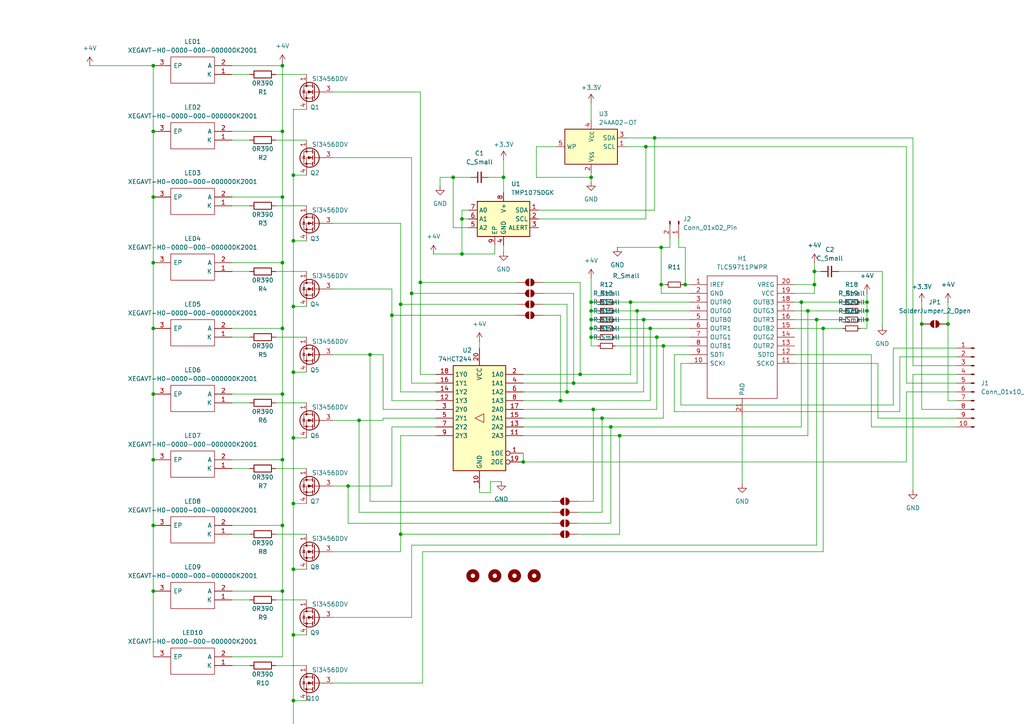
<source format=kicad_sch>
(kicad_sch (version 20231120) (generator "eeschema") (generator_version "8.0")
  (paper "A4")
  (junction (at 85.09 88.9))
  (junction (at 119.38 85.09))
  (junction (at 100.965 140.97))
  (junction (at 186.69 92.71))
  (junction (at 113.665 91.44))
  (junction (at 192.405 100.33))
  (junction (at 171.45 51.435))
  (junction (at 44.45 76.2))
  (junction (at 191.77 71.755))
  (junction (at 191.77 82.55))
  (junction (at 44.45 95.25))
  (junction (at 44.45 57.15))
  (junction (at 81.915 152.4))
  (junction (at 171.45 87.63))
  (junction (at 174.625 121.285))
  (junction (at 44.45 19.05))
  (junction (at 85.09 146.05))
  (junction (at 104.14 121.92))
  (junction (at 121.92 81.915))
  (junction (at 238.76 95.25))
  (junction (at 166.37 111.125))
  (junction (at 182.88 87.63))
  (junction (at 274.955 93.98))
  (junction (at 171.45 95.25))
  (junction (at 81.915 171.45))
  (junction (at 133.985 73.66))
  (junction (at 164.465 113.665))
  (junction (at 251.46 87.63))
  (junction (at 236.22 82.55))
  (junction (at 189.865 40.005))
  (junction (at 85.09 69.85))
  (junction (at 171.45 92.71))
  (junction (at 133.985 63.5))
  (junction (at 44.45 152.4))
  (junction (at 172.085 118.745))
  (junction (at 81.915 57.15))
  (junction (at 81.915 38.1))
  (junction (at 44.45 38.1))
  (junction (at 171.45 97.79))
  (junction (at 188.595 95.25))
  (junction (at 85.09 165.1))
  (junction (at 198.755 82.55))
  (junction (at 236.22 78.74))
  (junction (at 251.46 90.17))
  (junction (at 44.45 133.35))
  (junction (at 107.315 102.87))
  (junction (at 44.45 114.3))
  (junction (at 171.45 90.17))
  (junction (at 81.915 114.3))
  (junction (at 234.315 90.17))
  (junction (at 81.915 76.2))
  (junction (at 179.705 126.365))
  (junction (at 81.915 133.35))
  (junction (at 236.855 92.71))
  (junction (at 267.335 93.98))
  (junction (at 190.5 97.79))
  (junction (at 232.41 87.63))
  (junction (at 85.09 107.95))
  (junction (at 85.09 203.2))
  (junction (at 85.09 184.15))
  (junction (at 168.275 108.585))
  (junction (at 162.56 116.205))
  (junction (at 187.325 42.545))
  (junction (at 251.46 92.71))
  (junction (at 131.445 51.435))
  (junction (at 177.165 123.825))
  (junction (at 116.205 154.94))
  (junction (at 81.915 19.05))
  (junction (at 85.09 50.8))
  (junction (at 116.205 88.265))
  (junction (at 85.09 127))
  (junction (at 81.915 95.25))
  (junction (at 151.765 133.985))
  (junction (at 44.45 171.45))
  (junction (at 184.785 90.17))
  (junction (at 146.05 51.435))
  (wire (pts (xy 179.705 126.365) (xy 151.765 126.365)))
  (wire (pts (xy 126.365 126.365) (xy 116.205 126.365)))
  (wire (pts (xy 81.915 133.35) (xy 81.915 114.3)))
  (wire (pts (xy 126.365 116.205) (xy 113.665 116.205)))
  (wire (pts (xy 116.205 88.265) (xy 116.205 64.77)))
  (wire (pts (xy 88.9 69.85) (xy 85.09 69.85)))
  (wire (pts (xy 80.01 97.79) (xy 88.9 97.79)))
  (wire (pts (xy 80.01 154.94) (xy 88.9 154.94)))
  (wire (pts (xy 251.46 92.71) (xy 249.555 92.71)))
  (wire (pts (xy 85.09 88.9) (xy 85.09 107.95)))
  (wire (pts (xy 230.505 92.71) (xy 236.855 92.71)))
  (wire (pts (xy 167.64 145.415) (xy 172.085 145.415)))
  (wire (pts (xy 187.325 63.5) (xy 187.325 42.545)))
  (wire (pts (xy 85.09 165.1) (xy 85.09 184.15)))
  (wire (pts (xy 121.92 108.585) (xy 121.92 81.915)))
  (wire (pts (xy 162.56 116.205) (xy 151.765 116.205)))
  (wire (pts (xy 264.795 106.045) (xy 264.795 40.005)))
  (wire (pts (xy 126.365 111.125) (xy 119.38 111.125)))
  (wire (pts (xy 172.085 118.745) (xy 172.085 145.415)))
  (wire (pts (xy 277.495 118.745) (xy 267.335 118.745)))
  (wire (pts (xy 277.495 113.665) (xy 262.89 113.665)))
  (wire (pts (xy 171.45 87.63) (xy 173.355 87.63)))
  (wire (pts (xy 168.275 108.585) (xy 168.275 81.915)))
  (wire (pts (xy 230.505 95.25) (xy 238.76 95.25)))
  (wire (pts (xy 131.445 51.435) (xy 127.635 51.435)))
  (wire (pts (xy 142.24 142.875) (xy 139.065 142.875)))
  (wire (pts (xy 262.89 133.985) (xy 151.765 133.985)))
  (wire (pts (xy 113.665 91.44) (xy 113.665 83.82)))
  (wire (pts (xy 197.485 105.41) (xy 197.485 117.475)))
  (wire (pts (xy 191.77 85.09) (xy 191.77 82.55)))
  (wire (pts (xy 171.45 50.165) (xy 171.45 51.435)))
  (wire (pts (xy 194.31 69.215) (xy 194.31 71.755)))
  (wire (pts (xy 113.665 123.825) (xy 113.665 140.97)))
  (wire (pts (xy 81.915 18.415) (xy 81.915 19.05)))
  (wire (pts (xy 186.69 92.71) (xy 186.69 113.665)))
  (wire (pts (xy 88.9 146.05) (xy 85.09 146.05)))
  (wire (pts (xy 234.315 90.17) (xy 234.315 126.365)))
  (wire (pts (xy 274.955 116.205) (xy 277.495 116.205)))
  (wire (pts (xy 255.905 78.74) (xy 243.205 78.74)))
  (wire (pts (xy 81.915 19.05) (xy 81.915 38.1)))
  (wire (pts (xy 113.665 83.82) (xy 96.52 83.82)))
  (wire (pts (xy 67.31 40.64) (xy 72.39 40.64)))
  (wire (pts (xy 196.85 71.755) (xy 198.755 71.755)))
  (wire (pts (xy 81.915 38.1) (xy 81.915 57.15)))
  (wire (pts (xy 198.755 82.55) (xy 200.025 82.55)))
  (wire (pts (xy 182.88 87.63) (xy 182.88 108.585)))
  (wire (pts (xy 186.69 113.665) (xy 164.465 113.665)))
  (wire (pts (xy 236.855 92.71) (xy 236.855 158.115)))
  (wire (pts (xy 81.915 152.4) (xy 81.915 133.35)))
  (wire (pts (xy 67.31 173.99) (xy 72.39 173.99)))
  (wire (pts (xy 259.08 100.965) (xy 277.495 100.965)))
  (wire (pts (xy 251.46 95.25) (xy 249.555 95.25)))
  (wire (pts (xy 182.88 108.585) (xy 168.275 108.585)))
  (wire (pts (xy 189.865 40.005) (xy 181.61 40.005)))
  (wire (pts (xy 80.01 193.04) (xy 88.9 193.04)))
  (wire (pts (xy 230.505 82.55) (xy 236.22 82.55)))
  (wire (pts (xy 100.965 151.765) (xy 100.965 140.97)))
  (wire (pts (xy 44.45 57.15) (xy 44.45 76.2)))
  (wire (pts (xy 126.365 118.745) (xy 111.125 118.745)))
  (wire (pts (xy 81.915 114.3) (xy 81.915 95.25)))
  (wire (pts (xy 67.31 59.69) (xy 72.39 59.69)))
  (wire (pts (xy 164.465 88.265) (xy 157.48 88.265)))
  (wire (pts (xy 88.9 31.75) (xy 85.09 31.75)))
  (wire (pts (xy 236.22 85.09) (xy 236.22 82.55)))
  (wire (pts (xy 121.92 81.915) (xy 149.86 81.915)))
  (wire (pts (xy 238.76 95.25) (xy 238.76 160.02)))
  (wire (pts (xy 195.58 119.38) (xy 260.985 119.38)))
  (wire (pts (xy 26.035 19.05) (xy 44.45 19.05)))
  (wire (pts (xy 104.14 121.92) (xy 96.52 121.92)))
  (wire (pts (xy 113.665 140.97) (xy 100.965 140.97)))
  (wire (pts (xy 121.92 26.67) (xy 96.52 26.67)))
  (wire (pts (xy 172.085 118.745) (xy 151.765 118.745)))
  (wire (pts (xy 67.31 190.5) (xy 81.915 190.5)))
  (wire (pts (xy 160.02 148.59) (xy 104.14 148.59)))
  (wire (pts (xy 80.01 173.99) (xy 88.9 173.99)))
  (wire (pts (xy 80.01 116.84) (xy 88.9 116.84)))
  (wire (pts (xy 191.77 82.55) (xy 191.77 71.755)))
  (wire (pts (xy 111.125 121.92) (xy 104.14 121.92)))
  (wire (pts (xy 162.56 91.44) (xy 157.48 91.44)))
  (wire (pts (xy 131.445 66.04) (xy 131.445 51.435)))
  (wire (pts (xy 178.435 95.25) (xy 188.595 95.25)))
  (wire (pts (xy 252.73 123.825) (xy 277.495 123.825)))
  (wire (pts (xy 179.705 154.94) (xy 167.64 154.94)))
  (wire (pts (xy 88.9 203.2) (xy 85.09 203.2)))
  (wire (pts (xy 187.325 42.545) (xy 262.89 42.545)))
  (wire (pts (xy 200.025 85.09) (xy 191.77 85.09)))
  (wire (pts (xy 67.31 19.05) (xy 81.915 19.05)))
  (wire (pts (xy 122.555 160.02) (xy 122.555 198.12)))
  (wire (pts (xy 156.21 63.5) (xy 187.325 63.5)))
  (wire (pts (xy 116.205 64.77) (xy 96.52 64.77)))
  (wire (pts (xy 139.065 99.06) (xy 139.065 100.965)))
  (wire (pts (xy 126.365 108.585) (xy 121.92 108.585)))
  (wire (pts (xy 191.77 71.755) (xy 179.07 71.755)))
  (wire (pts (xy 155.575 51.435) (xy 171.45 51.435)))
  (wire (pts (xy 264.795 142.24) (xy 264.795 108.585)))
  (wire (pts (xy 81.915 171.45) (xy 81.915 152.4)))
  (wire (pts (xy 142.24 139.7) (xy 145.415 139.7)))
  (wire (pts (xy 178.435 87.63) (xy 182.88 87.63)))
  (wire (pts (xy 119.38 85.09) (xy 119.38 45.72)))
  (wire (pts (xy 167.64 148.59) (xy 174.625 148.59)))
  (wire (pts (xy 251.46 87.63) (xy 251.46 90.17)))
  (wire (pts (xy 184.785 90.17) (xy 184.785 111.125)))
  (wire (pts (xy 107.315 102.87) (xy 96.52 102.87)))
  (wire (pts (xy 171.45 90.17) (xy 171.45 92.71)))
  (wire (pts (xy 174.625 148.59) (xy 174.625 121.285)))
  (wire (pts (xy 189.865 60.96) (xy 189.865 40.005)))
  (wire (pts (xy 236.22 78.74) (xy 238.125 78.74)))
  (wire (pts (xy 113.665 116.205) (xy 113.665 91.44)))
  (wire (pts (xy 251.46 85.09) (xy 251.46 87.63)))
  (wire (pts (xy 234.315 90.17) (xy 230.505 90.17)))
  (wire (pts (xy 81.915 57.15) (xy 81.915 76.2)))
  (wire (pts (xy 171.45 97.79) (xy 171.45 100.33)))
  (wire (pts (xy 191.77 82.55) (xy 193.04 82.55)))
  (wire (pts (xy 67.31 78.74) (xy 72.39 78.74)))
  (wire (pts (xy 260.985 119.38) (xy 260.985 103.505)))
  (wire (pts (xy 155.575 42.545) (xy 155.575 51.435)))
  (wire (pts (xy 126.365 123.825) (xy 113.665 123.825)))
  (wire (pts (xy 119.38 111.125) (xy 119.38 85.09)))
  (wire (pts (xy 85.09 184.15) (xy 85.09 203.2)))
  (wire (pts (xy 238.76 160.02) (xy 122.555 160.02)))
  (wire (pts (xy 44.45 171.45) (xy 44.45 190.5)))
  (wire (pts (xy 133.985 63.5) (xy 135.89 63.5)))
  (wire (pts (xy 139.065 142.875) (xy 139.065 141.605)))
  (wire (pts (xy 178.435 90.17) (xy 184.785 90.17)))
  (wire (pts (xy 234.315 126.365) (xy 179.705 126.365)))
  (wire (pts (xy 67.31 97.79) (xy 72.39 97.79)))
  (wire (pts (xy 143.51 73.66) (xy 143.51 71.12)))
  (wire (pts (xy 177.165 123.825) (xy 151.765 123.825)))
  (wire (pts (xy 88.9 127) (xy 85.09 127)))
  (wire (pts (xy 111.125 121.285) (xy 111.125 121.92)))
  (wire (pts (xy 135.89 66.04) (xy 131.445 66.04)))
  (wire (pts (xy 160.02 145.415) (xy 107.315 145.415)))
  (wire (pts (xy 113.665 91.44) (xy 149.86 91.44)))
  (wire (pts (xy 267.335 93.98) (xy 267.335 87.63)))
  (wire (pts (xy 107.315 102.87) (xy 107.315 145.415)))
  (wire (pts (xy 252.73 102.87) (xy 252.73 123.825)))
  (wire (pts (xy 238.76 95.25) (xy 244.475 95.25)))
  (wire (pts (xy 186.69 92.71) (xy 200.025 92.71)))
  (wire (pts (xy 171.45 92.71) (xy 171.45 95.25)))
  (wire (pts (xy 192.405 121.285) (xy 174.625 121.285)))
  (wire (pts (xy 192.405 121.285) (xy 192.405 100.33)))
  (wire (pts (xy 119.38 85.09) (xy 149.86 85.09)))
  (wire (pts (xy 116.205 154.94) (xy 160.02 154.94)))
  (wire (pts (xy 85.09 127) (xy 85.09 146.05)))
  (wire (pts (xy 67.31 116.84) (xy 72.39 116.84)))
  (wire (pts (xy 116.205 113.665) (xy 116.205 88.265)))
  (wire (pts (xy 188.595 95.25) (xy 200.025 95.25)))
  (wire (pts (xy 232.41 123.825) (xy 177.165 123.825)))
  (wire (pts (xy 85.09 146.05) (xy 85.09 165.1)))
  (wire (pts (xy 254.635 121.285) (xy 277.495 121.285)))
  (wire (pts (xy 88.9 88.9) (xy 85.09 88.9)))
  (wire (pts (xy 67.31 193.04) (xy 72.39 193.04)))
  (wire (pts (xy 232.41 87.63) (xy 232.41 123.825)))
  (wire (pts (xy 190.5 97.79) (xy 190.5 118.745)))
  (wire (pts (xy 259.08 117.475) (xy 259.08 100.965)))
  (wire (pts (xy 116.205 154.94) (xy 116.205 160.02)))
  (wire (pts (xy 44.45 76.2) (xy 44.45 95.25)))
  (wire (pts (xy 44.45 133.35) (xy 44.45 152.4)))
  (wire (pts (xy 198.12 82.55) (xy 198.755 82.55)))
  (wire (pts (xy 67.31 135.89) (xy 72.39 135.89)))
  (wire (pts (xy 264.795 108.585) (xy 277.495 108.585)))
  (wire (pts (xy 67.31 76.2) (xy 81.915 76.2)))
  (wire (pts (xy 85.09 203.2) (xy 85.09 228.6)))
  (wire (pts (xy 232.41 87.63) (xy 244.475 87.63)))
  (wire (pts (xy 122.555 198.12) (xy 96.52 198.12)))
  (wire (pts (xy 81.915 190.5) (xy 81.915 171.45)))
  (wire (pts (xy 274.955 87.63) (xy 274.955 93.98)))
  (wire (pts (xy 80.01 135.89) (xy 88.9 135.89)))
  (wire (pts (xy 171.45 51.435) (xy 171.45 52.705)))
  (wire (pts (xy 111.125 118.745) (xy 111.125 102.87)))
  (wire (pts (xy 178.435 100.33) (xy 192.405 100.33)))
  (wire (pts (xy 85.09 50.8) (xy 85.09 69.85)))
  (wire (pts (xy 146.05 46.355) (xy 146.05 51.435)))
  (wire (pts (xy 85.09 107.95) (xy 85.09 127)))
  (wire (pts (xy 196.85 69.215) (xy 196.85 71.755)))
  (wire (pts (xy 80.01 40.64) (xy 88.9 40.64)))
  (wire (pts (xy 67.31 95.25) (xy 81.915 95.25)))
  (wire (pts (xy 166.37 111.125) (xy 166.37 85.09)))
  (wire (pts (xy 267.335 118.745) (xy 267.335 93.98)))
  (wire (pts (xy 171.45 95.25) (xy 171.45 97.79)))
  (wire (pts (xy 234.315 90.17) (xy 244.475 90.17)))
  (wire (pts (xy 44.45 19.05) (xy 44.45 38.1)))
  (wire (pts (xy 277.495 106.045) (xy 264.795 106.045)))
  (wire (pts (xy 67.31 57.15) (xy 81.915 57.15)))
  (wire (pts (xy 171.45 80.645) (xy 171.45 87.63)))
  (wire (pts (xy 88.9 165.1) (xy 85.09 165.1)))
  (wire (pts (xy 88.9 184.15) (xy 85.09 184.15)))
  (wire (pts (xy 262.89 42.545) (xy 262.89 111.125)))
  (wire (pts (xy 260.985 103.505) (xy 277.495 103.505)))
  (wire (pts (xy 198.755 71.755) (xy 198.755 82.55)))
  (wire (pts (xy 164.465 113.665) (xy 164.465 88.265)))
  (wire (pts (xy 274.955 93.98) (xy 274.955 116.205)))
  (wire (pts (xy 81.915 95.25) (xy 81.915 76.2)))
  (wire (pts (xy 119.38 179.07) (xy 96.52 179.07)))
  (wire (pts (xy 44.45 38.1) (xy 44.45 57.15)))
  (wire (pts (xy 171.45 100.33) (xy 173.355 100.33)))
  (wire (pts (xy 67.31 152.4) (xy 81.915 152.4)))
  (wire (pts (xy 80.01 59.69) (xy 88.9 59.69)))
  (wire (pts (xy 67.31 171.45) (xy 81.915 171.45)))
  (wire (pts (xy 264.795 40.005) (xy 189.865 40.005)))
  (wire (pts (xy 80.01 78.74) (xy 88.9 78.74)))
  (wire (pts (xy 67.31 133.35) (xy 81.915 133.35)))
  (wire (pts (xy 174.625 121.285) (xy 151.765 121.285)))
  (wire (pts (xy 177.165 151.765) (xy 177.165 123.825)))
  (wire (pts (xy 133.985 63.5) (xy 133.985 73.66)))
  (wire (pts (xy 155.575 42.545) (xy 161.29 42.545)))
  (wire (pts (xy 133.985 60.96) (xy 133.985 63.5)))
  (wire (pts (xy 230.505 85.09) (xy 236.22 85.09)))
  (wire (pts (xy 104.14 148.59) (xy 104.14 121.92)))
  (wire (pts (xy 151.765 131.445) (xy 151.765 133.985)))
  (wire (pts (xy 127.635 51.435) (xy 127.635 53.975)))
  (wire (pts (xy 88.9 50.8) (xy 85.09 50.8)))
  (wire (pts (xy 200.025 105.41) (xy 197.485 105.41)))
  (wire (pts (xy 190.5 118.745) (xy 172.085 118.745)))
  (wire (pts (xy 119.38 158.115) (xy 119.38 179.07)))
  (wire (pts (xy 126.365 113.665) (xy 116.205 113.665)))
  (wire (pts (xy 184.785 111.125) (xy 166.37 111.125)))
  (wire (pts (xy 178.435 97.79) (xy 190.5 97.79)))
  (wire (pts (xy 146.05 51.435) (xy 146.05 55.88)))
  (wire (pts (xy 67.31 21.59) (xy 72.39 21.59)))
  (wire (pts (xy 251.46 87.63) (xy 249.555 87.63)))
  (wire (pts (xy 171.45 92.71) (xy 173.355 92.71)))
  (wire (pts (xy 232.41 87.63) (xy 230.505 87.63)))
  (wire (pts (xy 254.635 105.41) (xy 254.635 121.285)))
  (wire (pts (xy 255.905 94.615) (xy 255.905 78.74)))
  (wire (pts (xy 178.435 92.71) (xy 186.69 92.71)))
  (wire (pts (xy 141.605 51.435) (xy 146.05 51.435)))
  (wire (pts (xy 160.02 151.765) (xy 100.965 151.765)))
  (wire (pts (xy 262.89 111.125) (xy 277.495 111.125)))
  (wire (pts (xy 166.37 85.09) (xy 157.48 85.09)))
  (wire (pts (xy 116.205 126.365) (xy 116.205 154.94)))
  (wire (pts (xy 171.45 90.17) (xy 173.355 90.17)))
  (wire (pts (xy 215.265 120.65) (xy 215.265 140.335)))
  (wire (pts (xy 171.45 87.63) (xy 171.45 90.17)))
  (wire (pts (xy 67.31 154.94) (xy 72.39 154.94)))
  (wire (pts (xy 182.88 87.63) (xy 200.025 87.63)))
  (wire (pts (xy 188.595 116.205) (xy 162.56 116.205)))
  (wire (pts (xy 236.22 76.2) (xy 236.22 78.74)))
  (wire (pts (xy 67.31 114.3) (xy 81.915 114.3)))
  (wire (pts (xy 167.64 151.765) (xy 177.165 151.765)))
  (wire (pts (xy 187.325 42.545) (xy 181.61 42.545)))
  (wire (pts (xy 142.24 142.875) (xy 142.24 139.7)))
  (wire (pts (xy 168.275 108.585) (xy 151.765 108.585)))
  (wire (pts (xy 85.09 31.75) (xy 85.09 50.8)))
  (wire (pts (xy 195.58 102.87) (xy 195.58 119.38)))
  (wire (pts (xy 125.73 73.66) (xy 133.985 73.66)))
  (wire (pts (xy 194.31 71.755) (xy 191.77 71.755)))
  (wire (pts (xy 179.705 126.365) (xy 179.705 154.94)))
  (wire (pts (xy 126.365 121.285) (xy 111.125 121.285)))
  (wire (pts (xy 251.46 90.17) (xy 251.46 92.71)))
  (wire (pts (xy 133.985 73.66) (xy 143.51 73.66)))
  (wire (pts (xy 164.465 113.665) (xy 151.765 113.665)))
  (wire (pts (xy 162.56 116.205) (xy 162.56 91.44)))
  (wire (pts (xy 171.45 95.25) (xy 173.355 95.25)))
  (wire (pts (xy 262.89 113.665) (xy 262.89 133.985)))
  (wire (pts (xy 80.01 21.59) (xy 88.9 21.59)))
  (wire (pts (xy 44.45 152.4) (xy 44.45 171.45)))
  (wire (pts (xy 168.275 81.915) (xy 157.48 81.915)))
  (wire (pts (xy 236.855 158.115) (xy 119.38 158.115)))
  (wire (pts (xy 88.9 107.95) (xy 85.09 107.95)))
  (wire (pts (xy 135.89 60.96) (xy 133.985 60.96)))
  (wire (pts (xy 136.525 51.435) (xy 131.445 51.435)))
  (wire (pts (xy 251.46 92.71) (xy 251.46 95.25)))
  (wire (pts (xy 166.37 111.125) (xy 151.765 111.125)))
  (wire (pts (xy 121.92 81.915) (xy 121.92 26.67)))
  (wire (pts (xy 44.45 95.25) (xy 44.45 114.3)))
  (wire (pts (xy 230.505 102.87) (xy 252.73 102.87)))
  (wire (pts (xy 171.45 97.79) (xy 173.355 97.79)))
  (wire (pts (xy 236.855 92.71) (xy 244.475 92.71)))
  (wire (pts (xy 116.205 160.02) (xy 96.52 160.02)))
  (wire (pts (xy 156.21 60.96) (xy 189.865 60.96)))
  (wire (pts (xy 171.45 29.845) (xy 171.45 34.925)))
  (wire (pts (xy 119.38 45.72) (xy 96.52 45.72)))
  (wire (pts (xy 85.09 69.85) (xy 85.09 88.9)))
  (wire (pts (xy 200.025 102.87) (xy 195.58 102.87)))
  (wire (pts (xy 197.485 117.475) (xy 259.08 117.475)))
  (wire (pts (xy 44.45 114.3) (xy 44.45 133.35)))
  (wire (pts (xy 184.785 90.17) (xy 200.025 90.17)))
  (wire (pts (xy 190.5 97.79) (xy 200.025 97.79)))
  (wire (pts (xy 116.205 88.265) (xy 149.86 88.265)))
  (wire (pts (xy 111.125 102.87) (xy 107.315 102.87)))
  (wire (pts (xy 188.595 95.25) (xy 188.595 116.205)))
  (wire (pts (xy 236.22 78.74) (xy 236.22 82.55)))
  (wire (pts (xy 230.505 105.41) (xy 254.635 105.41)))
  (wire (pts (xy 146.05 71.12) (xy 146.05 73.025)))
  (wire (pts (xy 251.46 90.17) (xy 249.555 90.17)))
  (wire (pts (xy 100.965 140.97) (xy 96.52 140.97)))
  (wire (pts (xy 67.31 38.1) (xy 81.915 38.1)))
  (wire (pts (xy 192.405 100.33) (xy 200.025 100.33)))
  (symbol (lib_id "Device:R_Small") (at 175.895 95.25 90) (unit 1)
    (property "Reference" "R15" (at 175.895 90.17 90))
    (property "Value" "R_Small" (at 175.895 92.71 90))
    (property "Footprint" "Resistor_SMD:R_0402_1005Metric" (effects (hide yes)))
    (property "Description" "Resistor, small symbol" (effects (hide yes)))
  )
  (symbol (lib_id "Connector:Conn_01x10_Pin") (at 282.575 111.125 0) (mirror y) (unit 1)
    (property "Reference" "J1" (at 284.48 111.1249 0) (effects (justify right)))
    (property "Value" "Conn_01x10_Pin" (at 284.48 113.6649 0) (effects (justify right)))
    (property "Footprint" "Connector_PinHeader_2.54mm:PinHeader_1x10_P2.54mm_Vertical" (effects (hide yes)))
    (property "Description" "Generic connector, single row, 01x10, script generated" (effects (hide yes)))
  )
  (symbol (lib_id "Sensor_Temperature:TMP1075DSG") (at 146.05 63.5 0) (unit 1)
    (property "Reference" "U1" (at 148.2441 53.34 0) (effects (justify left)))
    (property "Value" "TMP1075DGK" (at 148.2441 55.88 0) (effects (justify left)))
    (property "Footprint" "Package_SON:WSON-8-1EP_2x2mm_P0.5mm_EP0.9x1.6mm_ThermalVias" (effects (hide yes)))
    (property "Datasheet" "https://www.ti.com/lit/gpn/tmp1075" (effects (hide yes)))
    (property "Description" "I2C-bus digital temperature sensor and thermal watchdog, WSON-8" (effects (hide yes)))
  )
  (symbol (lib_id "Jumper:SolderJumper_2_Open") (at 163.83 151.765 0) (unit 1) (exclude_from_sim yes) (in_bom no)
    (property "Reference" "JP3" (effects (hide yes)))
    (property "Value" "SolderJumper_2_Open" (effects (hide yes)))
    (property "Footprint" "Jumper:SolderJumper-2_Open_RoundedPad_small" (effects (hide yes)))
    (property "Description" "Solder Jumper, 2-pole, open" (effects (hide yes)))
  )
  (symbol (lib_id "power:+4V") (at 251.46 85.09 0) (unit 1)
    (property "Reference" "#PWR011" (effects (hide yes)))
    (property "Value" "+4V" (at 251.46 80.01 0))
    (property "Description" "Power symbol creates a global label with name \"+4V\"" (effects (hide yes)))
  )
  (symbol (lib_id "Device:R_Small") (at 175.895 92.71 90) (unit 1)
    (property "Reference" "R14" (at 175.895 87.63 90))
    (property "Value" "R_Small" (at 175.895 90.17 90))
    (property "Footprint" "Resistor_SMD:R_0402_1005Metric" (effects (hide yes)))
    (property "Description" "Resistor, small symbol" (effects (hide yes)))
  )
  (symbol (lib_id "XEGAVT-H0-0000-000-000000K2001:XEGAVT-H0-0000-000-000000K2001") (at 44.45 133.35 0) (unit 1)
    (property "Reference" "LED7" (at 55.88 126.365 0))
    (property "Value" "XEGAVT-H0-0000-000-000000K2001" (at 55.88 128.905 0))
    (property "Footprint" "Cree XLAMP XE-G LED XEGAVT-H0:XEGAVTH_clean" (effects (hide yes)))
    (property "Datasheet" "https://downloads.cree-led.com/files/ds/x/XLamp-XE-G.pdf" (effects (hide yes)))
    (property "Description" "LED Lighting Color XLamp XE-G Violet 3-SMD, No Lead" (effects (hide yes)))
    (property "Height" "1.13" (effects (hide yes)))
    (property "Manufacturer_Name" "CREE" (effects (hide yes)))
    (property "Manufacturer_Part_Number" "XEGAVT-H0-0000-000-000000K2001" (effects (hide yes)))
  )
  (symbol (lib_id "Memory_EEPROM:24AA02-OT") (at 171.45 42.545 0) (unit 1)
    (property "Reference" "U3" (at 173.6441 33.02 0) (effects (justify left)))
    (property "Value" "24AA02-OT" (at 173.6441 35.56 0) (effects (justify left)))
    (property "Footprint" "Package_TO_SOT_SMD:SOT-23-5" (effects (hide yes)))
    (property "Datasheet" "http://ww1.microchip.com/downloads/en/DeviceDoc/21709J.pdf" (effects (hide yes)))
    (property "Description" "I2C Serial EEPROM, 2Kb, SOT-23" (effects (hide yes)))
  )
  (symbol (lib_id "Mechanical:MountingHole") (at 154.94 167.005 0) (unit 1) (exclude_from_sim yes) (in_bom no)
    (property "Reference" "H5" (effects (hide yes)))
    (property "Value" "MountingHole" (effects (hide yes)))
    (property "Footprint" "MountingHole:MountingHole_2.2mm_M2" (effects (hide yes)))
    (property "Description" "Mounting Hole without connection" (effects (hide yes)))
  )
  (symbol (lib_id "Device:R") (at 76.2 154.94 90) (unit 1)
    (property "Reference" "R8" (at 76.2 160.02 90))
    (property "Value" "0R390" (at 76.2 157.48 90))
    (property "Footprint" "Resistor_SMD:R_1020_2550Metric" (effects (hide yes)))
    (property "Description" "Resistor" (effects (hide yes)))
  )
  (symbol (lib_id "power:GND") (at 264.795 142.24 0) (unit 1)
    (property "Reference" "#PWR018" (effects (hide yes)))
    (property "Value" "GND" (at 264.795 147.32 0))
    (property "Description" "Power symbol creates a global label with name \"GND\" , ground" (effects (hide yes)))
  )
  (symbol (lib_id "Mechanical:MountingHole") (at 149.225 167.005 0) (unit 1) (exclude_from_sim yes) (in_bom no)
    (property "Reference" "H4" (effects (hide yes)))
    (property "Value" "MountingHole" (effects (hide yes)))
    (property "Footprint" "MountingHole:MountingHole_2.2mm_M2" (effects (hide yes)))
    (property "Description" "Mounting Hole without connection" (effects (hide yes)))
  )
  (symbol (lib_id "Device:R") (at 76.2 193.04 90) (unit 1)
    (property "Reference" "R10" (at 76.2 198.12 90))
    (property "Value" "0R390" (at 76.2 195.58 90))
    (property "Footprint" "Resistor_SMD:R_1020_2550Metric" (effects (hide yes)))
    (property "Description" "Resistor" (effects (hide yes)))
  )
  (symbol (lib_id "power:GND") (at 145.415 139.7 0) (mirror y) (unit 1)
    (property "Reference" "#PWR012" (effects (hide yes)))
    (property "Value" "GND" (at 145.415 144.78 0))
    (property "Description" "Power symbol creates a global label with name \"GND\" , ground" (effects (hide yes)))
  )
  (symbol (lib_id "Transistor_FET:Si3456DDV") (at 91.44 83.82 0) (mirror y) (unit 1)
    (property "Reference" "Q4" (at 92.71 88.265 0) (effects (justify left)))
    (property "Value" "Si3456DDV" (at 100.965 80.01 0) (effects (justify left)))
    (property "Footprint" "Package_SO:TSOP-6_1.65x3.05mm_P0.95mm" (effects (hide yes)))
    (property "Datasheet" "https://www.vishay.com/docs/69075/si3456ddv.pdf" (effects (hide yes)))
    (property "Description" "30V Vds, 6.3A Id, N-Channel MOSFET, TSOP-6" (effects (hide yes)))
  )
  (symbol (lib_id "Transistor_FET:Si3456DDV") (at 91.44 179.07 0) (mirror y) (unit 1)
    (property "Reference" "Q9" (at 92.71 183.515 0) (effects (justify left)))
    (property "Value" "Si3456DDV" (at 100.965 175.26 0) (effects (justify left)))
    (property "Footprint" "Package_SO:TSOP-6_1.65x3.05mm_P0.95mm" (effects (hide yes)))
    (property "Datasheet" "https://www.vishay.com/docs/69075/si3456ddv.pdf" (effects (hide yes)))
    (property "Description" "30V Vds, 6.3A Id, N-Channel MOSFET, TSOP-6" (effects (hide yes)))
  )
  (symbol (lib_id "power:+4V") (at 274.955 87.63 0) (unit 1)
    (property "Reference" "#PWR019" (effects (hide yes)))
    (property "Value" "+4V" (at 274.955 82.55 0))
    (property "Description" "Power symbol creates a global label with name \"+4V\"" (effects (hide yes)))
  )
  (symbol (lib_id "Jumper:SolderJumper_2_Open") (at 163.83 148.59 0) (unit 1) (exclude_from_sim yes) (in_bom no)
    (property "Reference" "JP4" (effects (hide yes)))
    (property "Value" "SolderJumper_2_Open" (effects (hide yes)))
    (property "Footprint" "Jumper:SolderJumper-2_Open_RoundedPad_small" (effects (hide yes)))
    (property "Description" "Solder Jumper, 2-pole, open" (effects (hide yes)))
  )
  (symbol (lib_id "Device:R") (at 76.2 116.84 90) (unit 1)
    (property "Reference" "R6" (at 76.2 121.92 90))
    (property "Value" "0R390" (at 76.2 119.38 90))
    (property "Footprint" "Resistor_SMD:R_1020_2550Metric" (effects (hide yes)))
    (property "Description" "Resistor" (effects (hide yes)))
  )
  (symbol (lib_id "Device:R") (at 76.2 173.99 90) (unit 1)
    (property "Reference" "R9" (at 76.2 179.07 90))
    (property "Value" "0R390" (at 76.2 176.53 90))
    (property "Footprint" "Resistor_SMD:R_1020_2550Metric" (effects (hide yes)))
    (property "Description" "Resistor" (effects (hide yes)))
  )
  (symbol (lib_id "Jumper:SolderJumper_2_Open") (at 163.83 154.94 0) (unit 1) (exclude_from_sim yes) (in_bom no)
    (property "Reference" "JP2" (effects (hide yes)))
    (property "Value" "SolderJumper_2_Open" (effects (hide yes)))
    (property "Footprint" "Jumper:SolderJumper-2_Open_RoundedPad_small" (effects (hide yes)))
    (property "Description" "Solder Jumper, 2-pole, open" (effects (hide yes)))
  )
  (symbol (lib_id "Connector:Conn_01x02_Pin") (at 196.85 64.135 270) (unit 1)
    (property "Reference" "J2" (at 198.12 63.4999 90) (effects (justify left)))
    (property "Value" "Conn_01x02_Pin" (at 198.12 66.0399 90) (effects (justify left)))
    (property "Footprint" "Connector_PinHeader_2.54mm:PinHeader_1x02_P2.54mm_Vertical" (effects (hide yes)))
    (property "Description" "Generic connector, single row, 01x02, script generated" (effects (hide yes)))
  )
  (symbol (lib_id "Device:R_Small") (at 175.895 97.79 90) (unit 1)
    (property "Reference" "R16" (at 175.895 92.71 90))
    (property "Value" "R_Small" (at 175.895 95.25 90))
    (property "Footprint" "Resistor_SMD:R_0402_1005Metric" (effects (hide yes)))
    (property "Description" "Resistor, small symbol" (effects (hide yes)))
  )
  (symbol (lib_id "power:+4V") (at 139.065 99.06 0) (unit 1)
    (property "Reference" "#PWR013" (effects (hide yes)))
    (property "Value" "+4V" (at 139.065 93.98 0))
    (property "Description" "Power symbol creates a global label with name \"+4V\"" (effects (hide yes)))
  )
  (symbol (lib_id "TLC59711PWPR:TLC59711PWPR") (at 200.025 82.55 0) (unit 1)
    (property "Reference" "H1" (at 215.265 74.93 0))
    (property "Value" "TLC59711PWPR" (at 215.265 77.47 0))
    (property "Footprint" "SOP65P640X120-21N" (effects (hide yes)))
    (property "Datasheet" "http://www.ti.com/lit/gpn/tlc59711" (effects (hide yes)))
    (property "Description" "12-Channel, 16-Bit, ES-PWM RGB LED Driver with 3.3V Linear Regulator and Watchdog Timer" (effects (hide yes)))
    (property "Height" "1.2" (effects (hide yes)))
    (property "Mouser Part Number" "595-TLC59711PWPR" (effects (hide yes)))
    (property "Mouser Price/Stock" "https://www.mouser.co.uk/ProductDetail/Texas-Instruments/TLC59711PWPR?qs=0gJBXdIUCJmwn8liNLSqqA%3D%3D" (effects (hide yes)))
    (property "Manufacturer_Name" "Texas Instruments" (effects (hide yes)))
    (property "Manufacturer_Part_Number" "TLC59711PWPR" (effects (hide yes)))
  )
  (symbol (lib_id "Device:R_Small") (at 175.895 87.63 90) (unit 1)
    (property "Reference" "R12" (at 175.895 82.55 90))
    (property "Value" "R_Small" (at 175.895 85.09 90))
    (property "Footprint" "Resistor_SMD:R_0402_1005Metric" (effects (hide yes)))
    (property "Description" "Resistor, small symbol" (effects (hide yes)))
  )
  (symbol (lib_id "Jumper:SolderJumper_2_Open") (at 153.67 81.915 0) (unit 1) (exclude_from_sim yes) (in_bom no)
    (property "Reference" "JP9" (effects (hide yes)))
    (property "Value" "SolderJumper_2_Open" (effects (hide yes)))
    (property "Footprint" "Jumper:SolderJumper-2_Open_RoundedPad_small" (effects (hide yes)))
    (property "Description" "Solder Jumper, 2-pole, open" (effects (hide yes)))
  )
  (symbol (lib_id "XEGAVT-H0-0000-000-000000K2001:XEGAVT-H0-0000-000-000000K2001") (at 44.45 19.05 0) (unit 1)
    (property "Reference" "LED1" (at 55.88 12.065 0))
    (property "Value" "XEGAVT-H0-0000-000-000000K2001" (at 55.88 14.605 0))
    (property "Footprint" "Cree XLAMP XE-G LED XEGAVT-H0:XEGAVTH_clean" (effects (hide yes)))
    (property "Datasheet" "https://downloads.cree-led.com/files/ds/x/XLamp-XE-G.pdf" (effects (hide yes)))
    (property "Description" "LED Lighting Color XLamp XE-G Violet 3-SMD, No Lead" (effects (hide yes)))
    (property "Height" "1.13" (effects (hide yes)))
    (property "Manufacturer_Name" "CREE" (effects (hide yes)))
    (property "Manufacturer_Part_Number" "XEGAVT-H0-0000-000-000000K2001" (effects (hide yes)))
  )
  (symbol (lib_id "power:GND") (at 127.635 53.975 0) (unit 1)
    (property "Reference" "#PWR05" (effects (hide yes)))
    (property "Value" "GND" (at 127.635 59.055 0))
    (property "Description" "Power symbol creates a global label with name \"GND\" , ground" (effects (hide yes)))
  )
  (symbol (lib_id "XEGAVT-H0-0000-000-000000K2001:XEGAVT-H0-0000-000-000000K2001") (at 44.45 190.5 0) (unit 1)
    (property "Reference" "LED10" (at 55.88 183.515 0))
    (property "Value" "XEGAVT-H0-0000-000-000000K2001" (at 55.88 186.055 0))
    (property "Footprint" "Cree XLAMP XE-G LED XEGAVT-H0:XEGAVTH_clean" (effects (hide yes)))
    (property "Datasheet" "https://downloads.cree-led.com/files/ds/x/XLamp-XE-G.pdf" (effects (hide yes)))
    (property "Description" "LED Lighting Color XLamp XE-G Violet 3-SMD, No Lead" (effects (hide yes)))
    (property "Height" "1.13" (effects (hide yes)))
    (property "Manufacturer_Name" "CREE" (effects (hide yes)))
    (property "Manufacturer_Part_Number" "XEGAVT-H0-0000-000-000000K2001" (effects (hide yes)))
  )
  (symbol (lib_id "Device:R_Small") (at 175.895 90.17 90) (unit 1)
    (property "Reference" "R13" (at 175.895 85.09 90))
    (property "Value" "R_Small" (at 175.895 87.63 90))
    (property "Footprint" "Resistor_SMD:R_0402_1005Metric" (effects (hide yes)))
    (property "Description" "Resistor, small symbol" (effects (hide yes)))
  )
  (symbol (lib_id "Jumper:SolderJumper_2_Open") (at 153.67 88.265 0) (unit 1) (exclude_from_sim yes) (in_bom no)
    (property "Reference" "JP7" (effects (hide yes)))
    (property "Value" "SolderJumper_2_Open" (effects (hide yes)))
    (property "Footprint" "Jumper:SolderJumper-2_Open_RoundedPad_small" (effects (hide yes)))
    (property "Description" "Solder Jumper, 2-pole, open" (effects (hide yes)))
  )
  (symbol (lib_id "power:GND") (at 215.265 140.335 0) (unit 1)
    (property "Reference" "#PWR06" (effects (hide yes)))
    (property "Value" "GND" (at 215.265 145.415 0))
    (property "Description" "Power symbol creates a global label with name \"GND\" , ground" (effects (hide yes)))
  )
  (symbol (lib_id "Mechanical:MountingHole") (at 137.16 167.005 0) (unit 1) (exclude_from_sim yes) (in_bom no)
    (property "Reference" "H2" (effects (hide yes)))
    (property "Value" "MountingHole" (effects (hide yes)))
    (property "Footprint" "MountingHole:MountingHole_2.2mm_M2" (effects (hide yes)))
    (property "Description" "Mounting Hole without connection" (effects (hide yes)))
  )
  (symbol (lib_id "power:GND") (at 179.07 71.755 0) (unit 1)
    (property "Reference" "#PWR07" (effects (hide yes)))
    (property "Value" "GND" (at 179.07 76.835 0))
    (property "Description" "Power symbol creates a global label with name \"GND\" , ground" (effects (hide yes)))
  )
  (symbol (lib_id "Jumper:SolderJumper_2_Open") (at 163.83 145.415 0) (unit 1) (exclude_from_sim yes) (in_bom no)
    (property "Reference" "JP5" (effects (hide yes)))
    (property "Value" "SolderJumper_2_Open" (effects (hide yes)))
    (property "Footprint" "Jumper:SolderJumper-2_Open_RoundedPad_small" (effects (hide yes)))
    (property "Description" "Solder Jumper, 2-pole, open" (effects (hide yes)))
  )
  (symbol (lib_id "power:GND") (at 255.905 94.615 0) (unit 1)
    (property "Reference" "#PWR08" (effects (hide yes)))
    (property "Value" "GND" (at 255.905 99.695 0))
    (property "Description" "Power symbol creates a global label with name \"GND\" , ground" (effects (hide yes)))
  )
  (symbol (lib_id "Device:C_Small") (at 139.065 51.435 90) (unit 1)
    (property "Reference" "C1" (at 139.0713 44.45 90))
    (property "Value" "C_Small" (at 139.0713 46.99 90))
    (property "Footprint" "Capacitor_SMD:C_0402_1005Metric" (effects (hide yes)))
    (property "Description" "Unpolarized capacitor, small symbol" (effects (hide yes)))
  )
  (symbol (lib_id "Device:R") (at 76.2 97.79 90) (unit 1)
    (property "Reference" "R5" (at 76.2 102.87 90))
    (property "Value" "0R390" (at 76.2 100.33 90))
    (property "Footprint" "Resistor_SMD:R_1020_2550Metric" (effects (hide yes)))
    (property "Description" "Resistor" (effects (hide yes)))
  )
  (symbol (lib_id "Device:R") (at 76.2 135.89 90) (unit 1)
    (property "Reference" "R7" (at 76.2 140.97 90))
    (property "Value" "0R390" (at 76.2 138.43 90))
    (property "Footprint" "Resistor_SMD:R_1020_2550Metric" (effects (hide yes)))
    (property "Description" "Resistor" (effects (hide yes)))
  )
  (symbol (lib_id "power:+4V") (at 171.45 80.645 0) (unit 1)
    (property "Reference" "#PWR010" (effects (hide yes)))
    (property "Value" "+4V" (at 171.45 75.565 0))
    (property "Description" "Power symbol creates a global label with name \"+4V\"" (effects (hide yes)))
  )
  (symbol (lib_id "Device:R_Small") (at 247.015 90.17 90) (unit 1)
    (property "Reference" "R19" (at 247.015 85.09 90))
    (property "Value" "R_Small" (at 247.015 87.63 90))
    (property "Footprint" "Resistor_SMD:R_0402_1005Metric" (effects (hide yes)))
    (property "Description" "Resistor, small symbol" (effects (hide yes)))
  )
  (symbol (lib_id "Mechanical:MountingHole") (at 143.51 167.005 0) (unit 1) (exclude_from_sim yes) (in_bom no)
    (property "Reference" "H3" (effects (hide yes)))
    (property "Value" "MountingHole" (effects (hide yes)))
    (property "Footprint" "MountingHole:MountingHole_2.2mm_M2" (effects (hide yes)))
    (property "Description" "Mounting Hole without connection" (effects (hide yes)))
  )
  (symbol (lib_id "XEGAVT-H0-0000-000-000000K2001:XEGAVT-H0-0000-000-000000K2001") (at 44.45 38.1 0) (unit 1)
    (property "Reference" "LED2" (at 55.88 31.115 0))
    (property "Value" "XEGAVT-H0-0000-000-000000K2001" (at 55.88 33.655 0))
    (property "Footprint" "Cree XLAMP XE-G LED XEGAVT-H0:XEGAVTH_clean" (effects (hide yes)))
    (property "Datasheet" "https://downloads.cree-led.com/files/ds/x/XLamp-XE-G.pdf" (effects (hide yes)))
    (property "Description" "LED Lighting Color XLamp XE-G Violet 3-SMD, No Lead" (effects (hide yes)))
    (property "Height" "1.13" (effects (hide yes)))
    (property "Manufacturer_Name" "CREE" (effects (hide yes)))
    (property "Manufacturer_Part_Number" "XEGAVT-H0-0000-000-000000K2001" (effects (hide yes)))
  )
  (symbol (lib_id "power:GND") (at 146.05 73.025 0) (unit 1)
    (property "Reference" "#PWR01" (effects (hide yes)))
    (property "Value" "GND" (at 146.05 78.105 0))
    (property "Description" "Power symbol creates a global label with name \"GND\" , ground" (effects (hide yes)))
  )
  (symbol (lib_id "Transistor_FET:Si3456DDV") (at 91.44 102.87 0) (mirror y) (unit 1)
    (property "Reference" "Q5" (at 92.71 107.315 0) (effects (justify left)))
    (property "Value" "Si3456DDV" (at 100.965 99.06 0) (effects (justify left)))
    (property "Footprint" "Package_SO:TSOP-6_1.65x3.05mm_P0.95mm" (effects (hide yes)))
    (property "Datasheet" "https://www.vishay.com/docs/69075/si3456ddv.pdf" (effects (hide yes)))
    (property "Description" "30V Vds, 6.3A Id, N-Channel MOSFET, TSOP-6" (effects (hide yes)))
  )
  (symbol (lib_id "power:+3.3V") (at 146.05 46.355 0) (unit 1)
    (property "Reference" "#PWR015" (effects (hide yes)))
    (property "Value" "+3.3V" (at 146.05 41.91 0))
    (property "Description" "Power symbol creates a global label with name \"+3.3V\"" (effects (hide yes)))
  )
  (symbol (lib_id "Device:R_Small") (at 175.895 100.33 90) (unit 1)
    (property "Reference" "R17" (at 175.895 95.25 90))
    (property "Value" "R_Small" (at 175.895 97.79 90))
    (property "Footprint" "Resistor_SMD:R_0402_1005Metric" (effects (hide yes)))
    (property "Description" "Resistor, small symbol" (effects (hide yes)))
  )
  (symbol (lib_id "Device:C_Small") (at 240.665 78.74 90) (unit 1)
    (property "Reference" "C2" (at 240.6713 72.39 90))
    (property "Value" "C_Small" (at 240.6713 74.93 90))
    (property "Footprint" "Capacitor_SMD:C_0402_1005Metric" (effects (hide yes)))
    (property "Description" "Unpolarized capacitor, small symbol" (effects (hide yes)))
  )
  (symbol (lib_id "Transistor_FET:Si3456DDV") (at 91.44 26.67 0) (mirror y) (unit 1)
    (property "Reference" "Q1" (at 92.71 31.115 0) (effects (justify left)))
    (property "Value" "Si3456DDV" (at 100.965 22.86 0) (effects (justify left)))
    (property "Footprint" "Package_SO:TSOP-6_1.65x3.05mm_P0.95mm" (effects (hide yes)))
    (property "Datasheet" "https://www.vishay.com/docs/69075/si3456ddv.pdf" (effects (hide yes)))
    (property "Description" "30V Vds, 6.3A Id, N-Channel MOSFET, TSOP-6" (effects (hide yes)))
  )
  (symbol (lib_id "XEGAVT-H0-0000-000-000000K2001:XEGAVT-H0-0000-000-000000K2001") (at 44.45 76.2 0) (unit 1)
    (property "Reference" "LED4" (at 55.88 69.215 0))
    (property "Value" "XEGAVT-H0-0000-000-000000K2001" (at 55.88 71.755 0))
    (property "Footprint" "Cree XLAMP XE-G LED XEGAVT-H0:XEGAVTH_clean" (effects (hide yes)))
    (property "Datasheet" "https://downloads.cree-led.com/files/ds/x/XLamp-XE-G.pdf" (effects (hide yes)))
    (property "Description" "LED Lighting Color XLamp XE-G Violet 3-SMD, No Lead" (effects (hide yes)))
    (property "Height" "1.13" (effects (hide yes)))
    (property "Manufacturer_Name" "CREE" (effects (hide yes)))
    (property "Manufacturer_Part_Number" "XEGAVT-H0-0000-000-000000K2001" (effects (hide yes)))
  )
  (symbol (lib_id "Device:R_Small") (at 247.015 95.25 90) (unit 1)
    (property "Reference" "R21" (at 247.015 90.17 90))
    (property "Value" "R_Small" (at 247.015 92.71 90))
    (property "Footprint" "Resistor_SMD:R_0402_1005Metric" (effects (hide yes)))
    (property "Description" "Resistor, small symbol" (effects (hide yes)))
  )
  (symbol (lib_id "Transistor_FET:Si3456DDV") (at 91.44 45.72 0) (mirror y) (unit 1)
    (property "Reference" "Q2" (at 92.71 50.165 0) (effects (justify left)))
    (property "Value" "Si3456DDV" (at 100.965 41.91 0) (effects (justify left)))
    (property "Footprint" "Package_SO:TSOP-6_1.65x3.05mm_P0.95mm" (effects (hide yes)))
    (property "Datasheet" "https://www.vishay.com/docs/69075/si3456ddv.pdf" (effects (hide yes)))
    (property "Description" "30V Vds, 6.3A Id, N-Channel MOSFET, TSOP-6" (effects (hide yes)))
  )
  (symbol (lib_id "power:+4V") (at 81.915 18.415 0) (unit 1)
    (property "Reference" "#PWR03" (effects (hide yes)))
    (property "Value" "+4V" (at 81.915 13.335 0))
    (property "Description" "Power symbol creates a global label with name \"+4V\"" (effects (hide yes)))
  )
  (symbol (lib_id "XEGAVT-H0-0000-000-000000K2001:XEGAVT-H0-0000-000-000000K2001") (at 44.45 57.15 0) (unit 1)
    (property "Reference" "LED3" (at 55.88 50.165 0))
    (property "Value" "XEGAVT-H0-0000-000-000000K2001" (at 55.88 52.705 0))
    (property "Footprint" "Cree XLAMP XE-G LED XEGAVT-H0:XEGAVTH_clean" (effects (hide yes)))
    (property "Datasheet" "https://downloads.cree-led.com/files/ds/x/XLamp-XE-G.pdf" (effects (hide yes)))
    (property "Description" "LED Lighting Color XLamp XE-G Violet 3-SMD, No Lead" (effects (hide yes)))
    (property "Height" "1.13" (effects (hide yes)))
    (property "Manufacturer_Name" "CREE" (effects (hide yes)))
    (property "Manufacturer_Part_Number" "XEGAVT-H0-0000-000-000000K2001" (effects (hide yes)))
  )
  (symbol (lib_id "XEGAVT-H0-0000-000-000000K2001:XEGAVT-H0-0000-000-000000K2001") (at 44.45 114.3 0) (unit 1)
    (property "Reference" "LED6" (at 55.88 107.315 0))
    (property "Value" "XEGAVT-H0-0000-000-000000K2001" (at 55.88 109.855 0))
    (property "Footprint" "Cree XLAMP XE-G LED XEGAVT-H0:XEGAVTH_clean" (effects (hide yes)))
    (property "Datasheet" "https://downloads.cree-led.com/files/ds/x/XLamp-XE-G.pdf" (effects (hide yes)))
    (property "Description" "LED Lighting Color XLamp XE-G Violet 3-SMD, No Lead" (effects (hide yes)))
    (property "Height" "1.13" (effects (hide yes)))
    (property "Manufacturer_Name" "CREE" (effects (hide yes)))
    (property "Manufacturer_Part_Number" "XEGAVT-H0-0000-000-000000K2001" (effects (hide yes)))
  )
  (symbol (lib_id "Device:R_Small") (at 247.015 87.63 90) (unit 1)
    (property "Reference" "R18" (at 247.015 82.55 90))
    (property "Value" "R_Small" (at 247.015 85.09 90))
    (property "Footprint" "Resistor_SMD:R_0402_1005Metric" (effects (hide yes)))
    (property "Description" "Resistor, small symbol" (effects (hide yes)))
  )
  (symbol (lib_id "power:+4V") (at 236.22 76.2 0) (unit 1)
    (property "Reference" "#PWR09" (effects (hide yes)))
    (property "Value" "+4V" (at 236.22 71.12 0))
    (property "Description" "Power symbol creates a global label with name \"+4V\"" (effects (hide yes)))
  )
  (symbol (lib_id "Transistor_FET:Si3456DDV") (at 91.44 121.92 0) (mirror y) (unit 1)
    (property "Reference" "Q6" (at 92.71 126.365 0) (effects (justify left)))
    (property "Value" "Si3456DDV" (at 100.965 118.11 0) (effects (justify left)))
    (property "Footprint" "Package_SO:TSOP-6_1.65x3.05mm_P0.95mm" (effects (hide yes)))
    (property "Datasheet" "https://www.vishay.com/docs/69075/si3456ddv.pdf" (effects (hide yes)))
    (property "Description" "30V Vds, 6.3A Id, N-Channel MOSFET, TSOP-6" (effects (hide yes)))
  )
  (symbol (lib_id "power:+4V") (at 26.035 19.05 0) (unit 1)
    (property "Reference" "#PWR02" (effects (hide yes)))
    (property "Value" "+4V" (at 26.035 13.97 0))
    (property "Description" "Power symbol creates a global label with name \"+4V\"" (effects (hide yes)))
  )
  (symbol (lib_id "Transistor_FET:Si3456DDV") (at 91.44 64.77 0) (mirror y) (unit 1)
    (property "Reference" "Q3" (at 92.71 69.215 0) (effects (justify left)))
    (property "Value" "Si3456DDV" (at 100.965 60.96 0) (effects (justify left)))
    (property "Footprint" "Package_SO:TSOP-6_1.65x3.05mm_P0.95mm" (effects (hide yes)))
    (property "Datasheet" "https://www.vishay.com/docs/69075/si3456ddv.pdf" (effects (hide yes)))
    (property "Description" "30V Vds, 6.3A Id, N-Channel MOSFET, TSOP-6" (effects (hide yes)))
  )
  (symbol (lib_id "Transistor_FET:Si3456DDV") (at 91.44 140.97 0) (mirror y) (unit 1)
    (property "Reference" "Q7" (at 92.71 145.415 0) (effects (justify left)))
    (property "Value" "Si3456DDV" (at 100.965 137.16 0) (effects (justify left)))
    (property "Footprint" "Package_SO:TSOP-6_1.65x3.05mm_P0.95mm" (effects (hide yes)))
    (property "Datasheet" "https://www.vishay.com/docs/69075/si3456ddv.pdf" (effects (hide yes)))
    (property "Description" "30V Vds, 6.3A Id, N-Channel MOSFET, TSOP-6" (effects (hide yes)))
  )
  (symbol (lib_id "Device:R_Small") (at 247.015 92.71 90) (unit 1)
    (property "Reference" "R20" (at 247.015 87.63 90))
    (property "Value" "R_Small" (at 247.015 90.17 90))
    (property "Footprint" "Resistor_SMD:R_0402_1005Metric" (effects (hide yes)))
    (property "Description" "Resistor, small symbol" (effects (hide yes)))
  )
  (symbol (lib_id "power:GND") (at 171.45 52.705 0) (unit 1)
    (property "Reference" "#PWR016" (effects (hide yes)))
    (property "Value" "GND" (at 171.45 57.785 0))
    (property "Description" "Power symbol creates a global label with name \"GND\" , ground" (effects (hide yes)))
  )
  (symbol (lib_id "power:+3.3V") (at 171.45 29.845 0) (unit 1)
    (property "Reference" "#PWR04" (effects (hide yes)))
    (property "Value" "+3.3V" (at 171.45 25.4 0))
    (property "Description" "Power symbol creates a global label with name \"+3.3V\"" (effects (hide yes)))
  )
  (symbol (lib_id "Transistor_FET:Si3456DDV") (at 91.44 198.12 0) (mirror y) (unit 1)
    (property "Reference" "Q10" (at 92.71 202.565 0) (effects (justify left)))
    (property "Value" "Si3456DDV" (at 100.965 194.31 0) (effects (justify left)))
    (property "Footprint" "Package_SO:TSOP-6_1.65x3.05mm_P0.95mm" (effects (hide yes)))
    (property "Datasheet" "https://www.vishay.com/docs/69075/si3456ddv.pdf" (effects (hide yes)))
    (property "Description" "30V Vds, 6.3A Id, N-Channel MOSFET, TSOP-6" (effects (hide yes)))
  )
  (symbol (lib_id "Jumper:SolderJumper_2_Open") (at 153.67 91.44 0) (unit 1) (exclude_from_sim yes) (in_bom no)
    (property "Reference" "JP6" (effects (hide yes)))
    (property "Value" "SolderJumper_2_Open" (effects (hide yes)))
    (property "Footprint" "Jumper:SolderJumper-2_Open_RoundedPad_small" (effects (hide yes)))
    (property "Description" "Solder Jumper, 2-pole, open" (effects (hide yes)))
  )
  (symbol (lib_id "Device:R") (at 76.2 21.59 90) (unit 1)
    (property "Reference" "R1" (at 76.2 26.67 90))
    (property "Value" "0R390" (at 76.2 24.13 90))
    (property "Footprint" "Resistor_SMD:R_1020_2550Metric" (effects (hide yes)))
    (property "Description" "Resistor" (effects (hide yes)))
  )
  (symbol (lib_id "Jumper:SolderJumper_2_Open") (at 271.145 93.98 0) (unit 1) (exclude_from_sim yes) (in_bom no)
    (property "Reference" "JP1" (at 271.145 87.63 0))
    (property "Value" "SolderJumper_2_Open" (at 271.145 90.17 0))
    (property "Footprint" "Jumper:SolderJumper-2_Open_RoundedPad_small" (effects (hide yes)))
    (property "Description" "Solder Jumper, 2-pole, open" (effects (hide yes)))
  )
  (symbol (lib_id "XEGAVT-H0-0000-000-000000K2001:XEGAVT-H0-0000-000-000000K2001") (at 44.45 95.25 0) (unit 1)
    (property "Reference" "LED5" (at 55.88 88.265 0))
    (property "Value" "XEGAVT-H0-0000-000-000000K2001" (at 55.88 90.805 0))
    (property "Footprint" "Cree XLAMP XE-G LED XEGAVT-H0:XEGAVTH_clean" (effects (hide yes)))
    (property "Datasheet" "https://downloads.cree-led.com/files/ds/x/XLamp-XE-G.pdf" (effects (hide yes)))
    (property "Description" "LED Lighting Color XLamp XE-G Violet 3-SMD, No Lead" (effects (hide yes)))
    (property "Height" "1.13" (effects (hide yes)))
    (property "Manufacturer_Name" "CREE" (effects (hide yes)))
    (property "Manufacturer_Part_Number" "XEGAVT-H0-0000-000-000000K2001" (effects (hide yes)))
  )
  (symbol (lib_id "Device:R") (at 76.2 78.74 90) (unit 1)
    (property "Reference" "R4" (at 76.2 83.82 90))
    (property "Value" "0R390" (at 76.2 81.28 90))
    (property "Footprint" "Resistor_SMD:R_1020_2550Metric" (effects (hide yes)))
    (property "Description" "Resistor" (effects (hide yes)))
  )
  (symbol (lib_id "Device:R_Small") (at 195.58 82.55 90) (unit 1)
    (property "Reference" "R11" (at 195.58 77.47 90))
    (property "Value" "R_Small" (at 181.61 80.01 90))
    (property "Footprint" "Resistor_SMD:R_0402_1005Metric" (effects (hide yes)))
    (property "Description" "Resistor, small symbol" (effects (hide yes)))
  )
  (symbol (lib_id "Device:R") (at 76.2 59.69 90) (unit 1)
    (property "Reference" "R3" (at 76.2 64.77 90))
    (property "Value" "0R390" (at 76.2 62.23 90))
    (property "Footprint" "Resistor_SMD:R_1020_2550Metric" (effects (hide yes)))
    (property "Description" "Resistor" (effects (hide yes)))
  )
  (symbol (lib_id "XEGAVT-H0-0000-000-000000K2001:XEGAVT-H0-0000-000-000000K2001") (at 44.45 171.45 0) (unit 1)
    (property "Reference" "LED9" (at 55.88 164.465 0))
    (property "Value" "XEGAVT-H0-0000-000-000000K2001" (at 55.88 167.005 0))
    (property "Footprint" "Cree XLAMP XE-G LED XEGAVT-H0:XEGAVTH_clean" (effects (hide yes)))
    (property "Datasheet" "https://downloads.cree-led.com/files/ds/x/XLamp-XE-G.pdf" (effects (hide yes)))
    (property "Description" "LED Lighting Color XLamp XE-G Violet 3-SMD, No Lead" (effects (hide yes)))
    (property "Height" "1.13" (effects (hide yes)))
    (property "Manufacturer_Name" "CREE" (effects (hide yes)))
    (property "Manufacturer_Part_Number" "XEGAVT-H0-0000-000-000000K2001" (effects (hide yes)))
  )
  (symbol (lib_id "XEGAVT-H0-0000-000-000000K2001:XEGAVT-H0-0000-000-000000K2001") (at 44.45 152.4 0) (unit 1)
    (property "Reference" "LED8" (at 55.88 145.415 0))
    (property "Value" "XEGAVT-H0-0000-000-000000K2001" (at 55.88 147.955 0))
    (property "Footprint" "Cree XLAMP XE-G LED XEGAVT-H0:XEGAVTH_clean" (effects (hide yes)))
    (property "Datasheet" "https://downloads.cree-led.com/files/ds/x/XLamp-XE-G.pdf" (effects (hide yes)))
    (property "Description" "LED Lighting Color XLamp XE-G Violet 3-SMD, No Lead" (effects (hide yes)))
    (property "Height" "1.13" (effects (hide yes)))
    (property "Manufacturer_Name" "CREE" (effects (hide yes)))
    (property "Manufacturer_Part_Number" "XEGAVT-H0-0000-000-000000K2001" (effects (hide yes)))
  )
  (symbol (lib_id "power:+3.3V") (at 267.335 87.63 0) (unit 1)
    (property "Reference" "#PWR020" (effects (hide yes)))
    (property "Value" "+3.3V" (at 267.335 83.185 0))
    (property "Description" "Power symbol creates a global label with name \"+3.3V\"" (effects (hide yes)))
  )
  (symbol (lib_id "Jumper:SolderJumper_2_Open") (at 153.67 85.09 0) (unit 1) (exclude_from_sim yes) (in_bom no)
    (property "Reference" "JP8" (effects (hide yes)))
    (property "Value" "SolderJumper_2_Open" (effects (hide yes)))
    (property "Footprint" "Jumper:SolderJumper-2_Open_RoundedPad_small" (effects (hide yes)))
    (property "Description" "Solder Jumper, 2-pole, open" (effects (hide yes)))
  )
  (symbol (lib_id "74xx:74HCT244") (at 139.065 121.285 0) (mirror y) (unit 1)
    (property "Reference" "U2" (at 136.8709 101.6 0) (effects (justify left)))
    (property "Value" "74HCT244" (at 136.8709 104.14 0) (effects (justify left)))
    (property "Footprint" "Package_SO:SOIC-20W_7.5x12.8mm_P1.27mm" (effects (hide yes)))
    (property "Datasheet" "https://assets.nexperia.com/documents/data-sheet/74HC_HCT244.pdf" (effects (hide yes)))
    (property "Description" "8-bit Buffer/Line Driver 3-state" (effects (hide yes)))
  )
  (symbol (lib_id "power:+4V") (at 125.73 73.66 0) (unit 1)
    (property "Reference" "#PWR017" (effects (hide yes)))
    (property "Value" "+4V" (at 125.73 68.58 0))
    (property "Description" "Power symbol creates a global label with name \"+4V\"" (effects (hide yes)))
  )
  (symbol (lib_id "power:GND") (at 85.09 228.6 0) (mirror y) (unit 1)
    (property "Reference" "#PWR014" (effects (hide yes)))
    (property "Value" "GND" (at 85.09 233.68 0))
    (property "Description" "Power symbol creates a global label with name \"GND\" , ground" (effects (hide yes)))
  )
  (symbol (lib_id "Device:R") (at 76.2 40.64 90) (unit 1)
    (property "Reference" "R2" (at 76.2 45.72 90))
    (property "Value" "0R390" (at 76.2 43.18 90))
    (property "Footprint" "Resistor_SMD:R_1020_2550Metric" (effects (hide yes)))
    (property "Description" "Resistor" (effects (hide yes)))
  )
  (symbol (lib_id "Transistor_FET:Si3456DDV") (at 91.44 160.02 0) (mirror y) (unit 1)
    (property "Reference" "Q8" (at 92.71 164.465 0) (effects (justify left)))
    (property "Value" "Si3456DDV" (at 100.965 156.21 0) (effects (justify left)))
    (property "Footprint" "Package_SO:TSOP-6_1.65x3.05mm_P0.95mm" (effects (hide yes)))
    (property "Datasheet" "https://www.vishay.com/docs/69075/si3456ddv.pdf" (effects (hide yes)))
    (property "Description" "30V Vds, 6.3A Id, N-Channel MOSFET, TSOP-6" (effects (hide yes)))
  )
)
</source>
